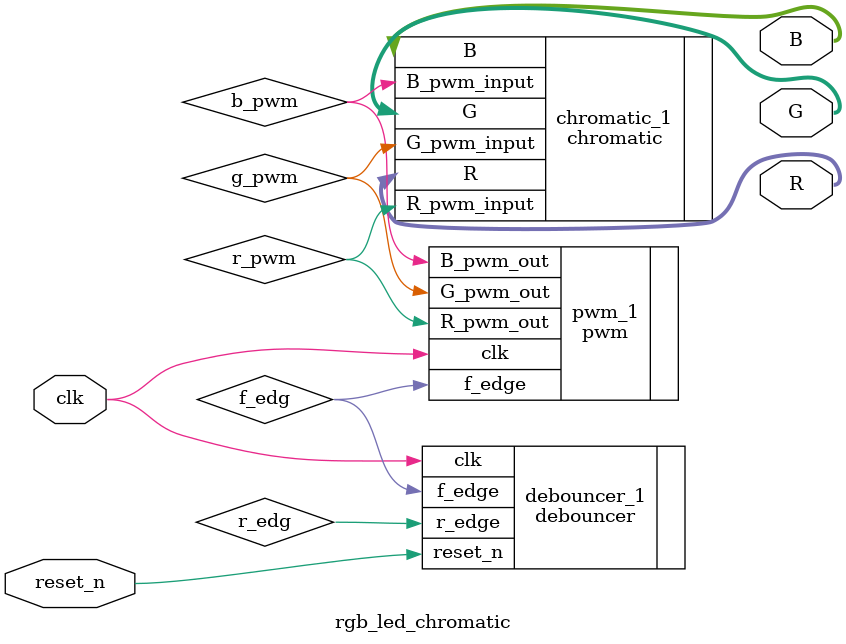
<source format=v>
/*
 * Title: CHROMATIC RGB LED
 * File: rgb_led_chromatic.v
 * Name: Javier Jimenez
 * Date: 05.10.2017
 * Desc: Program that generates different combination
 * 			 of colors in the RGB led matrix pcb.
 *
 */

module rgb_led_chromatic(
	input 				clk,
	input					reset_n,
	output[24:0]	R,
	output[24:0]	G,
	output[24:0]	B
);

	wire r_edg;
	wire f_edg;
  wire r_pwm;
	wire g_pwm;
	wire b_pwm;

	debouncer debouncer_1(
		.clk(clk),
		.reset_n(reset_n),
		.r_edge(r_edg),
		.f_edge(f_edg)
	);

	pwm pwm_1(
		.clk(clk),
		.f_edge(f_edg),
		.R_pwm_out(r_pwm),
		.G_pwm_out(g_pwm),
		.B_pwm_out(b_pwm),
	);

	chromatic chromatic_1(
		.R_pwm_input(r_pwm),
		.G_pwm_input(g_pwm),
		.B_pwm_input(b_pwm),
		.R(R),
		.G(G),
		.B(B)
	);

endmodule

</source>
